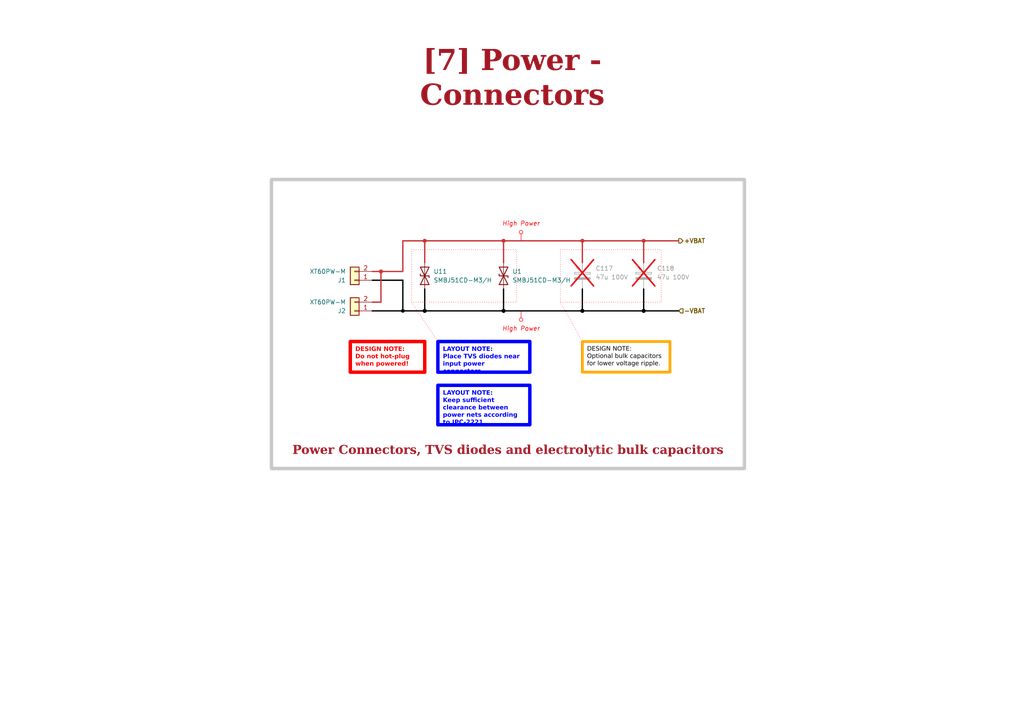
<source format=kicad_sch>
(kicad_sch (version 20230121) (generator eeschema)
  (paper "A4")
  (title_block (title "Power Connectors") (date "2023-10-14") (rev "1.0") (company "EPFL Xplore") (comment 3 "Author: Vincent Nguyen"))
  (lib_symbols
    (symbol "0_diode:SMBJ51CD-M3/H" (pin_numbers hide) (pin_names hide)
      (property "Reference" "U" (at 0 5.08 0))
      (property "Value" "SMBJ51CD-M3/H" (at 0 2.54 0))
      (symbol "SMBJ51CD-M3/H_0_1"
        (polyline (pts (xy 1.27 0) (xy -1.27 0)))
        (polyline (pts (xy 0.508 1.27) (xy 0 1.27) (xy 0 -1.27) (xy -0.508 -1.27)) (stroke (width 0.254)))
        (polyline (pts (xy -2.54 1.27) (xy -2.54 -1.27) (xy 2.54 1.27) (xy 2.54 -1.27) (xy -2.54 1.27)) (stroke (width 0.254)))
      )
      (symbol "SMBJ51CD-M3/H_1_1"
        (pin passive line (at -3.81 0 0) (length 2.54) (name "A1") (number "1"))
        (pin passive line (at 3.81 0 180) (length 2.54) (name "A2") (number "2"))
      )
    )
    (symbol "Connector_Generic:Conn_01x02" (pin_names (offset 1.016) hide)
      (property "Reference" "J" (at 0 2.54 0))
      (property "Value" "Conn_01x02" (at 0 -5.08 0))
      (symbol "Conn_01x02_1_1"
        (rectangle (start -1.27 -2.413) (end 0 -2.667) (stroke (width 0.1524)))
        (rectangle (start -1.27 0.127) (end 0 -0.127) (stroke (width 0.1524)))
        (rectangle (start -1.27 1.27) (end 1.27 -3.81) (stroke (width 0.254)) (fill (type background)))
        (pin passive line (at -5.08 0 0) (length 3.81) (name "Pin_1") (number "1"))
        (pin passive line (at -5.08 -2.54 0) (length 3.81) (name "Pin_2") (number "2"))
      )
    )
    (symbol "Device:C_Polarized" (pin_numbers hide) (pin_names (offset 0.254))
      (property "Reference" "C" (at 0.635 2.54 0))
      (property "Value" "C_Polarized" (at 0.635 -2.54 0))
      (symbol "C_Polarized_0_1"
        (rectangle (start -2.286 0.508) (end 2.286 1.016))
        (polyline (pts (xy -1.778 2.286) (xy -0.762 2.286)))
        (polyline (pts (xy -1.27 2.794) (xy -1.27 1.778)))
        (rectangle (start 2.286 -0.508) (end -2.286 -1.016) (fill (type outline)))
      )
      (symbol "C_Polarized_1_1"
        (pin passive line (at 0 3.81 270) (length 2.794) (name "~") (number "1"))
        (pin passive line (at 0 -3.81 90) (length 2.794) (name "~") (number "2"))
      )
    )
  )
  (junction (at 123.19 69.85) (diameter 1.016) (color 200 50 50 1))
  (junction (at 110.49 78.74) (diameter 1.016) (color 200 50 50 1))
  (junction (at 168.91 90.17) (diameter 1.016) (color 0 0 0 1))
  (junction (at 186.69 69.85) (diameter 1.016) (color 200 50 50 1))
  (junction (at 123.19 90.17) (diameter 1.016) (color 0 0 0 1))
  (junction (at 168.91 69.85) (diameter 1.016) (color 200 50 50 1))
  (junction (at 116.84 90.17) (color 0 0 0 1))
  (junction (at 146.05 90.17) (diameter 1.016) (color 0 0 0 1))
  (junction (at 186.69 90.17) (diameter 1.016) (color 0 0 0 1))
  (junction (at 146.05 69.85) (diameter 1.016) (color 200 50 50 1))
  (wire (pts (xy 168.91 69.85) (xy 168.91 76.2)) (stroke (width 0.381) (color 200 50 50 1)))
  (wire (pts (xy 168.91 90.17) (xy 146.05 90.17)) (stroke (width 0.381) (color 0 0 0 1)))
  (wire (pts (xy 168.91 69.85) (xy 186.69 69.85)) (stroke (width 0.381) (color 200 50 50 1)))
  (wire (pts (xy 123.19 69.85) (xy 146.05 69.85)) (stroke (width 0.381) (color 200 50 50 1)))
  (wire (pts (xy 186.69 69.85) (xy 196.85 69.85)) (stroke (width 0.381) (color 200 50 50 1)))
  (wire (pts (xy 107.95 81.28) (xy 116.84 81.28)) (stroke (width 0.381) (color 0 0 0 1)))
  (wire (pts (xy 110.49 78.74) (xy 116.84 78.74)) (stroke (width 0.381) (color 200 50 50 1)))
  (polyline (pts (xy 119.38 87.63) (xy 127 99.06)) (stroke (width 0) (type dot) (color 255 0 0 1)))
  (wire (pts (xy 107.95 90.17) (xy 116.84 90.17)) (stroke (width 0.381) (color 0 0 0 1)))
  (wire (pts (xy 107.95 87.63) (xy 110.49 87.63)) (stroke (width 0.381) (color 200 50 50 1)))
  (wire (pts (xy 123.19 83.82) (xy 123.19 90.17)) (stroke (width 0.381) (color 0 0 0 1)))
  (wire (pts (xy 168.91 83.82) (xy 168.91 90.17)) (stroke (width 0.381) (color 0 0 0 1)))
  (wire (pts (xy 186.69 83.82) (xy 186.69 90.17)) (stroke (width 0.381) (color 0 0 0 1)))
  (wire (pts (xy 186.69 90.17) (xy 168.91 90.17)) (stroke (width 0.381) (color 0 0 0 1)))
  (wire (pts (xy 146.05 69.85) (xy 168.91 69.85)) (stroke (width 0.381) (color 200 50 50 1)))
  (wire (pts (xy 196.85 90.17) (xy 186.69 90.17)) (stroke (width 0.381) (color 0 0 0 1)))
  (polyline (pts (xy 162.56 87.63) (xy 168.91 99.06)) (stroke (width 0) (type dot) (color 255 0 0 1)))
  (wire (pts (xy 116.84 69.85) (xy 116.84 78.74)) (stroke (width 0.381) (color 200 50 50 1)))
  (wire (pts (xy 107.95 78.74) (xy 110.49 78.74)) (stroke (width 0.381) (color 200 50 50 1)))
  (wire (pts (xy 186.69 69.85) (xy 186.69 76.2)) (stroke (width 0.381) (color 200 50 50 1)))
  (wire (pts (xy 146.05 69.85) (xy 146.05 76.2)) (stroke (width 0.381) (color 200 50 50 1)))
  (wire (pts (xy 116.84 90.17) (xy 116.84 81.28)) (stroke (width 0.381) (color 0 0 0 1)))
  (wire (pts (xy 110.49 87.63) (xy 110.49 78.74)) (stroke (width 0.381) (color 200 50 50 1)))
  (wire (pts (xy 123.19 90.17) (xy 116.84 90.17)) (stroke (width 0.381) (color 0 0 0 1)))
  (wire (pts (xy 123.19 69.85) (xy 123.19 76.2)) (stroke (width 0.381) (color 200 50 50 1)))
  (wire (pts (xy 116.84 69.85) (xy 123.19 69.85)) (stroke (width 0.381) (color 200 50 50 1)))
  (wire (pts (xy 146.05 83.82) (xy 146.05 90.17)) (stroke (width 0.381) (color 0 0 0 1)))
  (wire (pts (xy 146.05 90.17) (xy 123.19 90.17)) (stroke (width 0.381) (color 0 0 0 1)))
  (rectangle (start 78.74 52.07) (end 215.9 135.89) (stroke (width 1) (color 200 200 200 1)))
  (rectangle (start 162.56 72.39) (end 191.77 87.63) (stroke (width 0) (type dot) (color 255 0 0 1)))
  (rectangle (start 119.38 72.39) (end 149.86 87.63) (stroke (width 0) (type dot) (color 255 0 0 1)))
  (text_box "DESIGN NOTE:\nDo not hot-plug when powered!" (at 101.6 99.06 0) (size 21.59 8.89) (stroke (width 1) (color 255 0 0 1)) (effects (font (size 1.27 1.27) (thickness 0.4) bold) (justify left top)))
  (text_box "LAYOUT NOTE:\nPlace TVS diodes near input power connectors." (at 127 99.06 0) (size 26.67 8.89) (stroke (width 1) (color 0 0 255 1)) (effects (font (size 1.27 1.27) (thickness 0.4) bold) (justify left top)))
  (text_box "[7] Power - Connectors" (at 100.33 16.51 0) (size 96.52 12.7) (stroke (width -0.0001)) (effects (font (size 6 6) (thickness 1.2) bold)))
  (text_box "Power Connectors, TVS diodes and electrolytic bulk capacitors" (at 80.01 124.46 0) (size 134.62 9.525) (stroke (width -0.0001)) (effects (font (size 2.54 2.54) (thickness 0.508) bold) (justify bottom)))
  (text_box "DESIGN NOTE:\nOptional bulk capacitors for lower voltage ripple." (at 168.91 99.06 0) (size 25.4 8.89) (stroke (width 0.8) (color 255 165 0 1)) (effects (font (size 1.27 1.27)) (justify left top)))
  (text_box "LAYOUT NOTE:\nKeep sufficient clearance between power nets according to IPC-2221." (at 127 111.76 0) (size 26.67 11.43) (stroke (width 1) (color 0 0 255 1)) (effects (font (size 1.27 1.27) (thickness 0.4) bold) (justify left top)))
  (hierarchical_label "+VBAT" (shape output) (at 196.85 69.85 0) (effects (font bold)))
  (hierarchical_label "-VBAT" (shape input) (at 196.85 90.17 0) (effects (font bold)))
  (netclass_flag "" (length 2.54) (shape round) (at 151.13 90.17 180) (property "High Power" "High Power" (at 151.13 95.25 0) (effects (font italic))))
  (netclass_flag "" (length 2.54) (shape round) (at 151.13 69.85 0) (property "High Power" "High Power" (at 151.13 64.77 0) (effects (font italic))))
  (symbol (lib_id "Connector_Generic:Conn_01x02") (at 102.87 90.17 180) (unit 1)
    (property "Reference" "J2" (at 100.33 90.17 0) (effects (justify left)))
    (property "Value" "XT60PW-M" (at 100.33 87.63 0) (effects (justify left)))
    (property "Footprint" "0_connectors:AMASS_XT60PW-M_1x02_P7.20mm_Horizontal" (effects hide))
  )
  (symbol (lib_id "0_diode:SMBJ51CD-M3/H") (at 123.19 80.01 90) (unit 1)
    (property "Reference" "U11" (at 125.73 78.74 90) (effects (justify right)))
    (property "Value" "SMBJ51CD-M3/H" (at 125.73 81.28 90) (effects (justify right)))
    (property "Footprint" "Diode_SMD:D_SMB" (effects hide))
    (property "Datasheet" "https://www.vishay.com/docs/87606/smbj5cdthrusmbj120cd.pdf" (effects hide))
  )
  (symbol (lib_id "Device:C_Polarized") (at 186.69 80.01 0) (unit 1) (dnp yes)
    (property "Reference" "C118" (at 190.5 77.851 0) (effects (justify left)))
    (property "Value" "47u 100V" (at 190.5 80.391 0) (effects (justify left)))
    (property "Footprint" "Capacitor_SMD:CP_Elec_8x10.5" (effects hide))
    (property "Manufacturer Part Number" "EEE-FK1K470SL" (effects hide))
  )
  (symbol (lib_id "0_diode:SMBJ51CD-M3/H") (at 146.05 80.01 90) (unit 1)
    (property "Reference" "U1" (at 148.59 78.74 90) (effects (justify right)))
    (property "Value" "SMBJ51CD-M3/H" (at 148.59 81.28 90) (effects (justify right)))
    (property "Footprint" "Diode_SMD:D_SMB" (effects hide))
    (property "Datasheet" "https://www.vishay.com/docs/87606/smbj5cdthrusmbj120cd.pdf" (effects hide))
  )
  (symbol (lib_id "Connector_Generic:Conn_01x02") (at 102.87 81.28 180) (unit 1)
    (property "Reference" "J1" (at 100.33 81.28 0) (effects (justify left)))
    (property "Value" "XT60PW-M" (at 100.33 78.74 0) (effects (justify left)))
    (property "Footprint" "0_connectors:AMASS_XT60PW-M_1x02_P7.20mm_Horizontal" (effects hide))
  )
  (symbol (lib_id "Device:C_Polarized") (at 168.91 80.01 0) (unit 1) (dnp yes)
    (property "Reference" "C117" (at 172.72 77.851 0) (effects (justify left)))
    (property "Value" "47u 100V" (at 172.72 80.391 0) (effects (justify left)))
    (property "Footprint" "Capacitor_SMD:CP_Elec_8x10.5" (effects hide))
    (property "Manufacturer Part Number" "EEE-FK1K470SL" (effects hide))
  )
)
</source>
